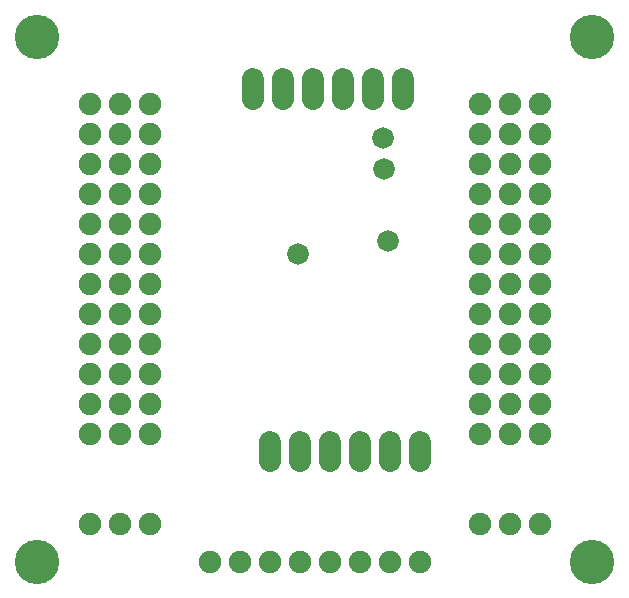
<source format=gts>
G75*
G70*
%OFA0B0*%
%FSLAX24Y24*%
%IPPOS*%
%LPD*%
%AMOC8*
5,1,8,0,0,1.08239X$1,22.5*
%
%ADD10C,0.0753*%
%ADD11C,0.1480*%
%ADD12C,0.0720*%
%ADD13C,0.0720*%
D10*
X003050Y002650D03*
X004050Y002650D03*
X005050Y002650D03*
X007050Y001400D03*
X008050Y001400D03*
X009050Y001400D03*
X010050Y001400D03*
X011050Y001400D03*
X012050Y001400D03*
X013050Y001400D03*
X014050Y001400D03*
X016050Y002650D03*
X017050Y002650D03*
X018050Y002650D03*
X018050Y005650D03*
X018050Y006650D03*
X018050Y007650D03*
X018050Y008650D03*
X018050Y009650D03*
X018050Y010650D03*
X018050Y011650D03*
X018050Y012650D03*
X018050Y013650D03*
X018050Y014650D03*
X018050Y015650D03*
X018050Y016650D03*
X017050Y016650D03*
X016050Y016650D03*
X016050Y015650D03*
X016050Y014650D03*
X016050Y013650D03*
X016050Y012650D03*
X016050Y011650D03*
X016050Y010650D03*
X016050Y009650D03*
X016050Y008650D03*
X016050Y007650D03*
X016050Y006650D03*
X016050Y005650D03*
X017050Y005650D03*
X017050Y006650D03*
X017050Y007650D03*
X017050Y008650D03*
X017050Y009650D03*
X017050Y010650D03*
X017050Y011650D03*
X017050Y012650D03*
X017050Y013650D03*
X017050Y014650D03*
X017050Y015650D03*
X005050Y015650D03*
X004050Y015650D03*
X004050Y016650D03*
X005050Y016650D03*
X005050Y014650D03*
X004050Y014650D03*
X004050Y013650D03*
X004050Y012650D03*
X004050Y011650D03*
X004050Y010650D03*
X004050Y009650D03*
X004050Y008650D03*
X004050Y007650D03*
X004050Y006650D03*
X004050Y005650D03*
X005050Y005650D03*
X005050Y006650D03*
X005050Y007650D03*
X005050Y008650D03*
X005050Y009650D03*
X005050Y010650D03*
X005050Y011650D03*
X005050Y012650D03*
X005050Y013650D03*
X003050Y013650D03*
X003050Y014650D03*
X003050Y015650D03*
X003050Y016650D03*
X003050Y012650D03*
X003050Y011650D03*
X003050Y010650D03*
X003050Y009650D03*
X003050Y008650D03*
X003050Y007650D03*
X003050Y006650D03*
X003050Y005650D03*
D11*
X001300Y001400D03*
X001300Y018900D03*
X019800Y018900D03*
X019800Y001400D03*
D12*
X013000Y012070D03*
X012860Y014490D03*
X012820Y015530D03*
X009980Y011650D03*
D13*
X009500Y016830D02*
X009500Y017470D01*
X010500Y017470D02*
X010500Y016830D01*
X011500Y016830D02*
X011500Y017470D01*
X012500Y017470D02*
X012500Y016830D01*
X013500Y016830D02*
X013500Y017470D01*
X008500Y017470D02*
X008500Y016830D01*
X009060Y005390D02*
X009060Y004750D01*
X010060Y004750D02*
X010060Y005390D01*
X011060Y005390D02*
X011060Y004750D01*
X012060Y004750D02*
X012060Y005390D01*
X013060Y005390D02*
X013060Y004750D01*
X014060Y004750D02*
X014060Y005390D01*
M02*

</source>
